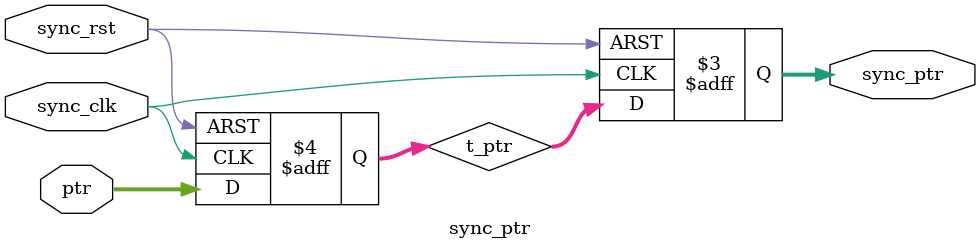
<source format=v>
module sync_ptr #(parameter ASIZE=32)
                (output reg [ASIZE:0] sync_ptr,
                input [ASIZE:0] ptr,
                input sync_clk, sync_rst);

    reg [ASIZE:0] t_ptr;

    always @(posedge sync_clk, negedge sync_rst)
        if(!sync_rst) {sync_ptr, t_ptr} <= 0;
        else        {sync_ptr, t_ptr} <= {t_ptr,ptr};

endmodule
</source>
